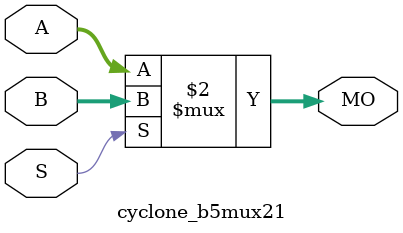
<source format=v>
module cyclone_b5mux21 (MO, A, B, S);
   input [4:0] A, B;
   input       S;
   output [4:0] MO; 
   assign MO = (S == 1) ? B : A; 
endmodule
</source>
